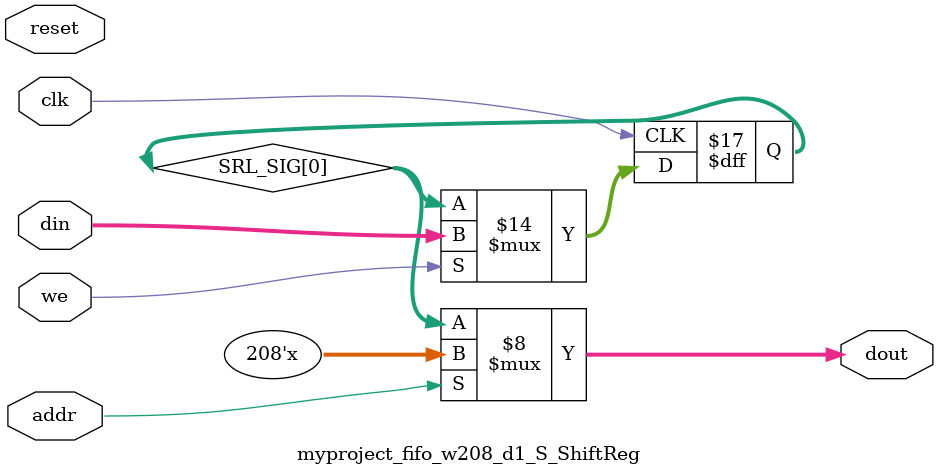
<source format=v>

`timescale 1 ns / 1 ps


module myproject_fifo_w208_d1_S
#(parameter
    MEM_STYLE   = "shiftReg",
    DATA_WIDTH  = 208,
    ADDR_WIDTH  = 1,
    DEPTH       = 1)
(
    // system signal
    input  wire                  clk,
    input  wire                  reset,

    // write
    output wire                  if_full_n,
    input  wire                  if_write_ce,
    input  wire                  if_write,
    input  wire [DATA_WIDTH-1:0] if_din,
    
    // read 
    output wire [ADDR_WIDTH:0]   if_num_data_valid, // for FRP
    output wire [ADDR_WIDTH:0]   if_fifo_cap,       // for FRP
    output wire                  if_empty_n,
    input  wire                  if_read_ce,
    input  wire                  if_read,
    output wire [DATA_WIDTH-1:0] if_dout
);
//------------------------Parameter----------------------

//------------------------Local signal-------------------
    wire [ADDR_WIDTH-1:0]     addr;
    wire                      push;
    wire                      pop;
    reg signed [ADDR_WIDTH:0] mOutPtr;
    reg                       empty_n = 1'b0;
    reg                       full_n  = 1'b1;
    // with almost full?  no 
    // has output register?  no 
//------------------------Instantiation------------------
    myproject_fifo_w208_d1_S_ShiftReg 
    #(  .DATA_WIDTH (DATA_WIDTH),
        .ADDR_WIDTH (ADDR_WIDTH),
        .DEPTH      (DEPTH))
    U_myproject_fifo_w208_d1_S_ShiftReg (
        .clk        (clk),
        .reset      (reset),
        .we         (push),
        .addr       (addr),
        .din        (if_din),
        .dout       (if_dout)
    );
//------------------------Task and function--------------

//------------------------Body---------------------------
    // has num_data_valid ? 
    assign if_num_data_valid = mOutPtr + 1'b1; // yes
    assign if_fifo_cap = DEPTH; // yes  

    // has almost full ? 
    assign if_full_n  = full_n; //no 
    assign push       = full_n & if_write_ce & if_write;

    // has output register? 
    assign if_empty_n = empty_n;  // no
    assign pop        = empty_n & if_read_ce & if_read; // no 

    assign addr       = mOutPtr[ADDR_WIDTH] == 1'b0 ? mOutPtr[ADDR_WIDTH-1:0] : {ADDR_WIDTH{1'b0}};

    // mOutPtr
    always @(posedge clk) begin
        if (reset == 1'b1)
            mOutPtr <= {ADDR_WIDTH+1{1'b1}};
        else if (push & ~pop)
            mOutPtr <= mOutPtr + 1'b1;
        else if (~push & pop)
            mOutPtr <= mOutPtr - 1'b1;
    end

    // full_n
    always @(posedge clk) begin
        if (reset == 1'b1)
            full_n <= 1'b1;
        else if (push & ~pop) begin
            if (mOutPtr == DEPTH - 2)
                full_n <= 1'b0;
        end
        else if (~push & pop)
            full_n <= 1'b1;
    end

    // almost_full_n 

    // empty_n
    always @(posedge clk) begin
        if (reset == 1'b1)
            empty_n <= 1'b0;
        else if (push & ~pop)
            empty_n <= 1'b1;
        else if (~push & pop) begin
            if (mOutPtr == 0)
                empty_n <= 1'b0;
        end
    end
 
    // num_data_valid 

    // dout_vld 

endmodule  


module myproject_fifo_w208_d1_S_ShiftReg
#(parameter
    DATA_WIDTH  = 208,
    ADDR_WIDTH  = 1,
    DEPTH       = 1)
(
    input  wire                  clk,
    input  wire                  reset,
    input  wire                  we,
    input  wire [ADDR_WIDTH-1:0] addr,
    input  wire [DATA_WIDTH-1:0] din,
    //output register? 
    output wire [DATA_WIDTH-1:0] dout // no 
);

    reg [DATA_WIDTH-1:0] SRL_SIG [0:DEPTH-1];
    integer i;

    always @ (posedge clk) begin
        if (we) begin
            for (i=0; i<DEPTH-1; i=i+1)
                SRL_SIG[i+1] <= SRL_SIG[i];
            SRL_SIG[0] <= din;
        end
    end

    //read from SRL, output register? 
    assign dout = SRL_SIG[addr];// no 

endmodule

</source>
